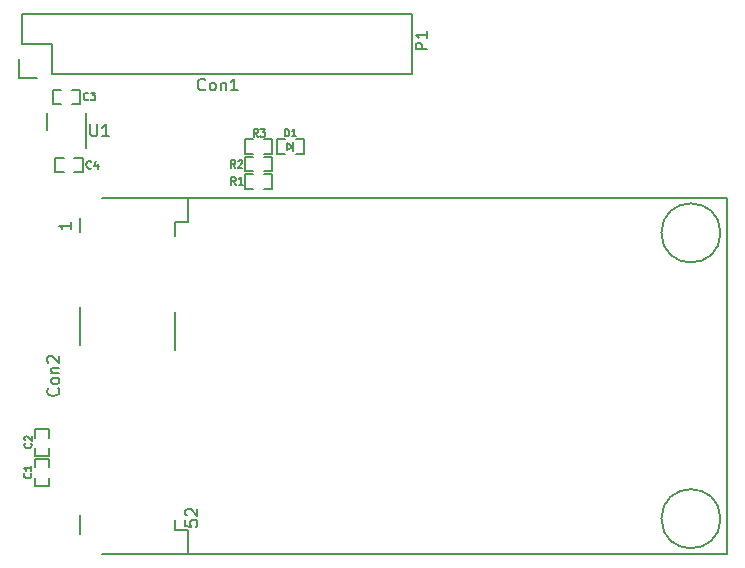
<source format=gto>
%TF.GenerationSoftware,KiCad,Pcbnew,5.1.9-73d0e3b20d~88~ubuntu20.04.1*%
%TF.CreationDate,2021-01-21T22:19:02+01:00*%
%TF.ProjectId,pi-hat-lorawan-gateway-minipci,70692d68-6174-42d6-9c6f-726177616e2d,rev?*%
%TF.SameCoordinates,Original*%
%TF.FileFunction,Legend,Top*%
%TF.FilePolarity,Positive*%
%FSLAX46Y46*%
G04 Gerber Fmt 4.6, Leading zero omitted, Abs format (unit mm)*
G04 Created by KiCad (PCBNEW 5.1.9-73d0e3b20d~88~ubuntu20.04.1) date 2021-01-21 22:19:02*
%MOMM*%
%LPD*%
G01*
G04 APERTURE LIST*
%ADD10C,0.150000*%
%ADD11C,0.127000*%
G04 APERTURE END LIST*
D10*
%TO.C,Con1*%
X105180000Y-70640000D02*
X105180000Y-73180000D01*
X104900000Y-74450000D02*
X104900000Y-76000000D01*
X105180000Y-73180000D02*
X107720000Y-73180000D01*
X107720000Y-73180000D02*
X107720000Y-75720000D01*
X104900000Y-76000000D02*
X106450000Y-76000000D01*
X105180000Y-70640000D02*
X138200000Y-70640000D01*
X138200000Y-70640000D02*
X138200000Y-75720000D01*
X107720000Y-75720000D02*
X138200000Y-75720000D01*
%TO.C,Con2*%
X164320000Y-113350000D02*
G75*
G03*
X164320000Y-113350000I-2500000J0D01*
G01*
X164320000Y-89150000D02*
G75*
G03*
X164320000Y-89150000I-2500000J0D01*
G01*
X119270000Y-86200000D02*
X119270000Y-88200000D01*
X111970000Y-86200000D02*
X119270000Y-86200000D01*
X111970000Y-116300000D02*
X119270000Y-116300000D01*
X110070000Y-87850000D02*
X110070000Y-89050000D01*
X110070000Y-95450000D02*
X110070000Y-98650000D01*
X110070000Y-113050000D02*
X110070000Y-114650000D01*
X119270000Y-88200000D02*
X118170000Y-88200000D01*
X118170000Y-88200000D02*
X118170000Y-89400000D01*
X118170000Y-95850000D02*
X118170000Y-99050000D01*
X118170000Y-113450000D02*
X118170000Y-114300000D01*
X118170000Y-114300000D02*
X119270000Y-114300000D01*
X119270000Y-116300000D02*
X119270000Y-114300000D01*
X164870000Y-116300000D02*
X119270000Y-116300000D01*
X164870000Y-86200000D02*
X119270000Y-86200000D01*
X164870000Y-86200000D02*
X164870000Y-116300000D01*
%TO.C,R1*%
X126360000Y-85400000D02*
X125660000Y-85400000D01*
X126360000Y-84200000D02*
X126360000Y-85400000D01*
X125660000Y-84200000D02*
X126360000Y-84200000D01*
X124060000Y-85400000D02*
X124760000Y-85400000D01*
X124060000Y-84200000D02*
X124060000Y-85400000D01*
X124760000Y-84200000D02*
X124060000Y-84200000D01*
%TO.C,R2*%
X124760000Y-82730000D02*
X124060000Y-82730000D01*
X124060000Y-82730000D02*
X124060000Y-83930000D01*
X124060000Y-83930000D02*
X124760000Y-83930000D01*
X125660000Y-82730000D02*
X126360000Y-82730000D01*
X126360000Y-82730000D02*
X126360000Y-83930000D01*
X126360000Y-83930000D02*
X125660000Y-83930000D01*
%TO.C,C1*%
X107480000Y-109000000D02*
X107480000Y-108300000D01*
X107480000Y-108300000D02*
X106280000Y-108300000D01*
X106280000Y-108300000D02*
X106280000Y-109000000D01*
X107480000Y-109900000D02*
X107480000Y-110600000D01*
X107480000Y-110600000D02*
X106280000Y-110600000D01*
X106280000Y-110600000D02*
X106280000Y-109900000D01*
%TO.C,C2*%
X106280000Y-107380000D02*
X106280000Y-108080000D01*
X106280000Y-108080000D02*
X107480000Y-108080000D01*
X107480000Y-108080000D02*
X107480000Y-107380000D01*
X106280000Y-106480000D02*
X106280000Y-105780000D01*
X106280000Y-105780000D02*
X107480000Y-105780000D01*
X107480000Y-105780000D02*
X107480000Y-106480000D01*
%TO.C,D1*%
X129050000Y-82440000D02*
X128350000Y-82440000D01*
X129050000Y-81240000D02*
X129050000Y-82440000D01*
X128350000Y-81240000D02*
X129050000Y-81240000D01*
X126750000Y-82440000D02*
X127450000Y-82440000D01*
X126750000Y-81240000D02*
X126750000Y-82440000D01*
X127450000Y-81240000D02*
X126750000Y-81240000D01*
X127650000Y-81540000D02*
X127650000Y-82140000D01*
X127650000Y-81540000D02*
X128150000Y-81840000D01*
X128150000Y-81840000D02*
X127650000Y-82140000D01*
X128150000Y-81440000D02*
X128150000Y-82240000D01*
%TO.C,R3*%
X125660000Y-82440000D02*
X126360000Y-82440000D01*
X126360000Y-82440000D02*
X126360000Y-81240000D01*
X126360000Y-81240000D02*
X125660000Y-81240000D01*
X124760000Y-82440000D02*
X124060000Y-82440000D01*
X124060000Y-82440000D02*
X124060000Y-81240000D01*
X124060000Y-81240000D02*
X124760000Y-81240000D01*
%TO.C,C3*%
X108520000Y-77010000D02*
X107820000Y-77010000D01*
X107820000Y-77010000D02*
X107820000Y-78210000D01*
X107820000Y-78210000D02*
X108520000Y-78210000D01*
X109420000Y-77010000D02*
X110120000Y-77010000D01*
X110120000Y-77010000D02*
X110120000Y-78210000D01*
X110120000Y-78210000D02*
X109420000Y-78210000D01*
%TO.C,C4*%
X110320000Y-84020000D02*
X109620000Y-84020000D01*
X110320000Y-82820000D02*
X110320000Y-84020000D01*
X109620000Y-82820000D02*
X110320000Y-82820000D01*
X108020000Y-84020000D02*
X108720000Y-84020000D01*
X108020000Y-82820000D02*
X108020000Y-84020000D01*
X108720000Y-82820000D02*
X108020000Y-82820000D01*
%TO.C,U1*%
X107280000Y-80470000D02*
X107280000Y-78970000D01*
X110580000Y-81970000D02*
X110580000Y-78970000D01*
%TO.C,Con1*%
X120698571Y-76997142D02*
X120650952Y-77044761D01*
X120508095Y-77092380D01*
X120412857Y-77092380D01*
X120270000Y-77044761D01*
X120174761Y-76949523D01*
X120127142Y-76854285D01*
X120079523Y-76663809D01*
X120079523Y-76520952D01*
X120127142Y-76330476D01*
X120174761Y-76235238D01*
X120270000Y-76140000D01*
X120412857Y-76092380D01*
X120508095Y-76092380D01*
X120650952Y-76140000D01*
X120698571Y-76187619D01*
X121270000Y-77092380D02*
X121174761Y-77044761D01*
X121127142Y-76997142D01*
X121079523Y-76901904D01*
X121079523Y-76616190D01*
X121127142Y-76520952D01*
X121174761Y-76473333D01*
X121270000Y-76425714D01*
X121412857Y-76425714D01*
X121508095Y-76473333D01*
X121555714Y-76520952D01*
X121603333Y-76616190D01*
X121603333Y-76901904D01*
X121555714Y-76997142D01*
X121508095Y-77044761D01*
X121412857Y-77092380D01*
X121270000Y-77092380D01*
X122031904Y-76425714D02*
X122031904Y-77092380D01*
X122031904Y-76520952D02*
X122079523Y-76473333D01*
X122174761Y-76425714D01*
X122317619Y-76425714D01*
X122412857Y-76473333D01*
X122460476Y-76568571D01*
X122460476Y-77092380D01*
X123460476Y-77092380D02*
X122889047Y-77092380D01*
X123174761Y-77092380D02*
X123174761Y-76092380D01*
X123079523Y-76235238D01*
X122984285Y-76330476D01*
X122889047Y-76378095D01*
X139515980Y-73600595D02*
X138515980Y-73600595D01*
X138515980Y-73219642D01*
X138563600Y-73124404D01*
X138611219Y-73076785D01*
X138706457Y-73029166D01*
X138849314Y-73029166D01*
X138944552Y-73076785D01*
X138992171Y-73124404D01*
X139039790Y-73219642D01*
X139039790Y-73600595D01*
X139515980Y-72076785D02*
X139515980Y-72648214D01*
X139515980Y-72362500D02*
X138515980Y-72362500D01*
X138658838Y-72457738D01*
X138754076Y-72552976D01*
X138801695Y-72648214D01*
%TO.C,Con2*%
X108227142Y-102321428D02*
X108274761Y-102369047D01*
X108322380Y-102511904D01*
X108322380Y-102607142D01*
X108274761Y-102750000D01*
X108179523Y-102845238D01*
X108084285Y-102892857D01*
X107893809Y-102940476D01*
X107750952Y-102940476D01*
X107560476Y-102892857D01*
X107465238Y-102845238D01*
X107370000Y-102750000D01*
X107322380Y-102607142D01*
X107322380Y-102511904D01*
X107370000Y-102369047D01*
X107417619Y-102321428D01*
X108322380Y-101750000D02*
X108274761Y-101845238D01*
X108227142Y-101892857D01*
X108131904Y-101940476D01*
X107846190Y-101940476D01*
X107750952Y-101892857D01*
X107703333Y-101845238D01*
X107655714Y-101750000D01*
X107655714Y-101607142D01*
X107703333Y-101511904D01*
X107750952Y-101464285D01*
X107846190Y-101416666D01*
X108131904Y-101416666D01*
X108227142Y-101464285D01*
X108274761Y-101511904D01*
X108322380Y-101607142D01*
X108322380Y-101750000D01*
X107655714Y-100988095D02*
X108322380Y-100988095D01*
X107750952Y-100988095D02*
X107703333Y-100940476D01*
X107655714Y-100845238D01*
X107655714Y-100702380D01*
X107703333Y-100607142D01*
X107798571Y-100559523D01*
X108322380Y-100559523D01*
X107417619Y-100130952D02*
X107370000Y-100083333D01*
X107322380Y-99988095D01*
X107322380Y-99750000D01*
X107370000Y-99654761D01*
X107417619Y-99607142D01*
X107512857Y-99559523D01*
X107608095Y-99559523D01*
X107750952Y-99607142D01*
X108322380Y-100178571D01*
X108322380Y-99559523D01*
X119022380Y-113488095D02*
X119022380Y-113964285D01*
X119498571Y-114011904D01*
X119450952Y-113964285D01*
X119403333Y-113869047D01*
X119403333Y-113630952D01*
X119450952Y-113535714D01*
X119498571Y-113488095D01*
X119593809Y-113440476D01*
X119831904Y-113440476D01*
X119927142Y-113488095D01*
X119974761Y-113535714D01*
X120022380Y-113630952D01*
X120022380Y-113869047D01*
X119974761Y-113964285D01*
X119927142Y-114011904D01*
X119117619Y-113059523D02*
X119070000Y-113011904D01*
X119022380Y-112916666D01*
X119022380Y-112678571D01*
X119070000Y-112583333D01*
X119117619Y-112535714D01*
X119212857Y-112488095D01*
X119308095Y-112488095D01*
X119450952Y-112535714D01*
X120022380Y-113107142D01*
X120022380Y-112488095D01*
X109322380Y-88264285D02*
X109322380Y-88835714D01*
X109322380Y-88550000D02*
X108322380Y-88550000D01*
X108465238Y-88645238D01*
X108560476Y-88740476D01*
X108608095Y-88835714D01*
%TO.C,R1*%
D11*
X123284166Y-85067261D02*
X123072500Y-84764880D01*
X122921309Y-85067261D02*
X122921309Y-84432261D01*
X123163214Y-84432261D01*
X123223690Y-84462500D01*
X123253928Y-84492738D01*
X123284166Y-84553214D01*
X123284166Y-84643928D01*
X123253928Y-84704404D01*
X123223690Y-84734642D01*
X123163214Y-84764880D01*
X122921309Y-84764880D01*
X123888928Y-85067261D02*
X123526071Y-85067261D01*
X123707500Y-85067261D02*
X123707500Y-84432261D01*
X123647023Y-84522976D01*
X123586547Y-84583452D01*
X123526071Y-84613690D01*
%TO.C,R2*%
X123244166Y-83627261D02*
X123032500Y-83324880D01*
X122881309Y-83627261D02*
X122881309Y-82992261D01*
X123123214Y-82992261D01*
X123183690Y-83022500D01*
X123213928Y-83052738D01*
X123244166Y-83113214D01*
X123244166Y-83203928D01*
X123213928Y-83264404D01*
X123183690Y-83294642D01*
X123123214Y-83324880D01*
X122881309Y-83324880D01*
X123486071Y-83052738D02*
X123516309Y-83022500D01*
X123576785Y-82992261D01*
X123727976Y-82992261D01*
X123788452Y-83022500D01*
X123818690Y-83052738D01*
X123848928Y-83113214D01*
X123848928Y-83173690D01*
X123818690Y-83264404D01*
X123455833Y-83627261D01*
X123848928Y-83627261D01*
%TO.C,C1*%
X105916785Y-109515833D02*
X105947023Y-109546071D01*
X105977261Y-109636785D01*
X105977261Y-109697261D01*
X105947023Y-109787976D01*
X105886547Y-109848452D01*
X105826071Y-109878690D01*
X105705119Y-109908928D01*
X105614404Y-109908928D01*
X105493452Y-109878690D01*
X105432976Y-109848452D01*
X105372500Y-109787976D01*
X105342261Y-109697261D01*
X105342261Y-109636785D01*
X105372500Y-109546071D01*
X105402738Y-109515833D01*
X105977261Y-108911071D02*
X105977261Y-109273928D01*
X105977261Y-109092500D02*
X105342261Y-109092500D01*
X105432976Y-109152976D01*
X105493452Y-109213452D01*
X105523690Y-109273928D01*
%TO.C,C2*%
X105956785Y-106965833D02*
X105987023Y-106996071D01*
X106017261Y-107086785D01*
X106017261Y-107147261D01*
X105987023Y-107237976D01*
X105926547Y-107298452D01*
X105866071Y-107328690D01*
X105745119Y-107358928D01*
X105654404Y-107358928D01*
X105533452Y-107328690D01*
X105472976Y-107298452D01*
X105412500Y-107237976D01*
X105382261Y-107147261D01*
X105382261Y-107086785D01*
X105412500Y-106996071D01*
X105442738Y-106965833D01*
X105442738Y-106723928D02*
X105412500Y-106693690D01*
X105382261Y-106633214D01*
X105382261Y-106482023D01*
X105412500Y-106421547D01*
X105442738Y-106391309D01*
X105503214Y-106361071D01*
X105563690Y-106361071D01*
X105654404Y-106391309D01*
X106017261Y-106754166D01*
X106017261Y-106361071D01*
%TO.C,D1*%
X127421309Y-80977261D02*
X127421309Y-80342261D01*
X127572500Y-80342261D01*
X127663214Y-80372500D01*
X127723690Y-80432976D01*
X127753928Y-80493452D01*
X127784166Y-80614404D01*
X127784166Y-80705119D01*
X127753928Y-80826071D01*
X127723690Y-80886547D01*
X127663214Y-80947023D01*
X127572500Y-80977261D01*
X127421309Y-80977261D01*
X128388928Y-80977261D02*
X128026071Y-80977261D01*
X128207500Y-80977261D02*
X128207500Y-80342261D01*
X128147023Y-80432976D01*
X128086547Y-80493452D01*
X128026071Y-80523690D01*
%TO.C,R3*%
X125154166Y-80997261D02*
X124942500Y-80694880D01*
X124791309Y-80997261D02*
X124791309Y-80362261D01*
X125033214Y-80362261D01*
X125093690Y-80392500D01*
X125123928Y-80422738D01*
X125154166Y-80483214D01*
X125154166Y-80573928D01*
X125123928Y-80634404D01*
X125093690Y-80664642D01*
X125033214Y-80694880D01*
X124791309Y-80694880D01*
X125365833Y-80362261D02*
X125758928Y-80362261D01*
X125547261Y-80604166D01*
X125637976Y-80604166D01*
X125698452Y-80634404D01*
X125728690Y-80664642D01*
X125758928Y-80725119D01*
X125758928Y-80876309D01*
X125728690Y-80936785D01*
X125698452Y-80967023D01*
X125637976Y-80997261D01*
X125456547Y-80997261D01*
X125396071Y-80967023D01*
X125365833Y-80936785D01*
%TO.C,C3*%
X110784166Y-77846785D02*
X110753928Y-77877023D01*
X110663214Y-77907261D01*
X110602738Y-77907261D01*
X110512023Y-77877023D01*
X110451547Y-77816547D01*
X110421309Y-77756071D01*
X110391071Y-77635119D01*
X110391071Y-77544404D01*
X110421309Y-77423452D01*
X110451547Y-77362976D01*
X110512023Y-77302500D01*
X110602738Y-77272261D01*
X110663214Y-77272261D01*
X110753928Y-77302500D01*
X110784166Y-77332738D01*
X110995833Y-77272261D02*
X111388928Y-77272261D01*
X111177261Y-77514166D01*
X111267976Y-77514166D01*
X111328452Y-77544404D01*
X111358690Y-77574642D01*
X111388928Y-77635119D01*
X111388928Y-77786309D01*
X111358690Y-77846785D01*
X111328452Y-77877023D01*
X111267976Y-77907261D01*
X111086547Y-77907261D01*
X111026071Y-77877023D01*
X110995833Y-77846785D01*
%TO.C,C4*%
X111034166Y-83636785D02*
X111003928Y-83667023D01*
X110913214Y-83697261D01*
X110852738Y-83697261D01*
X110762023Y-83667023D01*
X110701547Y-83606547D01*
X110671309Y-83546071D01*
X110641071Y-83425119D01*
X110641071Y-83334404D01*
X110671309Y-83213452D01*
X110701547Y-83152976D01*
X110762023Y-83092500D01*
X110852738Y-83062261D01*
X110913214Y-83062261D01*
X111003928Y-83092500D01*
X111034166Y-83122738D01*
X111578452Y-83273928D02*
X111578452Y-83697261D01*
X111427261Y-83032023D02*
X111276071Y-83485595D01*
X111669166Y-83485595D01*
%TO.C,U1*%
D10*
X110978095Y-79962380D02*
X110978095Y-80771904D01*
X111025714Y-80867142D01*
X111073333Y-80914761D01*
X111168571Y-80962380D01*
X111359047Y-80962380D01*
X111454285Y-80914761D01*
X111501904Y-80867142D01*
X111549523Y-80771904D01*
X111549523Y-79962380D01*
X112549523Y-80962380D02*
X111978095Y-80962380D01*
X112263809Y-80962380D02*
X112263809Y-79962380D01*
X112168571Y-80105238D01*
X112073333Y-80200476D01*
X111978095Y-80248095D01*
%TD*%
M02*

</source>
